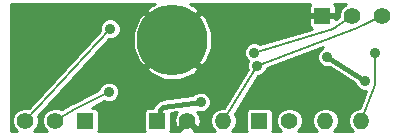
<source format=gbl>
G04 (created by PCBNEW-RS274X (2011-03-30 BZR 2932)-stable) date 29/05/2011 23:50:55*
G01*
G70*
G90*
%MOIN*%
G04 Gerber Fmt 3.4, Leading zero omitted, Abs format*
%FSLAX34Y34*%
G04 APERTURE LIST*
%ADD10C,0.006000*%
%ADD11R,0.055000X0.055000*%
%ADD12C,0.055000*%
%ADD13O,0.055000X0.055000*%
%ADD14C,0.236200*%
%ADD15C,0.035400*%
%ADD16C,0.007900*%
%ADD17C,0.015700*%
%ADD18C,0.010000*%
G04 APERTURE END LIST*
G54D10*
G54D11*
X62600Y-56300D03*
G54D12*
X63600Y-56300D03*
G54D13*
X69400Y-56300D03*
X68200Y-56300D03*
X64800Y-56300D03*
G54D11*
X66000Y-56300D03*
G54D12*
X67000Y-56300D03*
G54D11*
X68100Y-52800D03*
G54D12*
X69100Y-52800D03*
X70100Y-52800D03*
G54D11*
X60200Y-56300D03*
G54D12*
X59200Y-56300D03*
X58200Y-56300D03*
G54D14*
X63100Y-53600D03*
G54D15*
X65937Y-54457D03*
X69866Y-54043D03*
X64768Y-54068D03*
X68462Y-55618D03*
X67616Y-55604D03*
X65812Y-55604D03*
X64407Y-52654D03*
X61427Y-56310D03*
X61800Y-55435D03*
X60358Y-52633D03*
X61524Y-52666D03*
X58642Y-53994D03*
X65831Y-54024D03*
X60980Y-55339D03*
X61028Y-53232D03*
X69524Y-54957D03*
X68268Y-54169D03*
X64043Y-55669D03*
G54D16*
X64800Y-56300D02*
X65937Y-54457D01*
X69267Y-53204D02*
X65937Y-54457D01*
X70100Y-52800D02*
X69267Y-53204D01*
X69860Y-55096D02*
X69866Y-54043D01*
X69400Y-56300D02*
X69860Y-55096D01*
X68441Y-53234D02*
X69100Y-52800D01*
X65831Y-54024D02*
X68441Y-53234D01*
X59871Y-55896D02*
X59200Y-56300D01*
X60980Y-55339D02*
X59871Y-55896D01*
X61028Y-53232D02*
X58200Y-56300D01*
G54D17*
X62676Y-56104D02*
X62600Y-56300D01*
X62676Y-56025D02*
X62676Y-56104D01*
X62676Y-55943D02*
X62676Y-56025D01*
X62793Y-55826D02*
X62676Y-55943D01*
X64043Y-55669D02*
X62793Y-55826D01*
X69524Y-54957D02*
X68268Y-54169D01*
G54D10*
G36*
X68891Y-52408D02*
X68850Y-52425D01*
X68725Y-52550D01*
X68658Y-52712D01*
X68658Y-52843D01*
X68543Y-52918D01*
X68543Y-52892D01*
X68501Y-52850D01*
X68200Y-52850D01*
X68150Y-52850D01*
X68050Y-52850D01*
X68000Y-52850D01*
X67699Y-52850D01*
X67657Y-52892D01*
X67657Y-53042D01*
X67657Y-53109D01*
X67683Y-53170D01*
X67730Y-53218D01*
X67753Y-53227D01*
X66038Y-53745D01*
X66026Y-53733D01*
X65900Y-53680D01*
X65763Y-53680D01*
X65637Y-53732D01*
X65540Y-53829D01*
X65487Y-53955D01*
X65487Y-54092D01*
X65539Y-54218D01*
X65627Y-54306D01*
X65593Y-54388D01*
X65593Y-54525D01*
X65617Y-54583D01*
X64825Y-55865D01*
X64722Y-55865D01*
X64706Y-55865D01*
X64546Y-55931D01*
X64424Y-56053D01*
X64424Y-53340D01*
X64224Y-52853D01*
X64220Y-52848D01*
X64059Y-52712D01*
X63171Y-53600D01*
X64059Y-54488D01*
X64220Y-54352D01*
X64423Y-53867D01*
X64424Y-53340D01*
X64424Y-56053D01*
X64357Y-56213D01*
X64357Y-56386D01*
X64423Y-56546D01*
X64524Y-56647D01*
X64039Y-56647D01*
X63832Y-56647D01*
X63845Y-56616D01*
X63600Y-56371D01*
X63529Y-56442D01*
X63355Y-56616D01*
X63367Y-56647D01*
X63026Y-56647D01*
X63043Y-56609D01*
X63043Y-56542D01*
X63043Y-56042D01*
X63248Y-56015D01*
X63211Y-56053D01*
X63233Y-56074D01*
X63215Y-56082D01*
X63161Y-56246D01*
X63174Y-56418D01*
X63215Y-56518D01*
X63284Y-56545D01*
X63494Y-56335D01*
X63529Y-56300D01*
X63600Y-56229D01*
X63671Y-56300D01*
X63706Y-56335D01*
X63916Y-56545D01*
X63985Y-56518D01*
X64039Y-56354D01*
X64026Y-56182D01*
X63985Y-56082D01*
X63966Y-56074D01*
X63989Y-56053D01*
X63930Y-55994D01*
X63974Y-56013D01*
X64111Y-56013D01*
X64237Y-55961D01*
X64334Y-55864D01*
X64387Y-55738D01*
X64387Y-55601D01*
X64335Y-55475D01*
X64238Y-55378D01*
X64112Y-55325D01*
X63988Y-55325D01*
X63988Y-54559D01*
X63100Y-53671D01*
X63029Y-53742D01*
X63029Y-53600D01*
X62141Y-52712D01*
X61980Y-52848D01*
X61777Y-53333D01*
X61776Y-53860D01*
X61976Y-54347D01*
X61980Y-54352D01*
X62141Y-54488D01*
X63029Y-53600D01*
X63029Y-53742D01*
X62212Y-54559D01*
X62348Y-54720D01*
X62833Y-54923D01*
X63360Y-54924D01*
X63847Y-54724D01*
X63852Y-54720D01*
X63988Y-54559D01*
X63988Y-55325D01*
X63975Y-55325D01*
X63849Y-55377D01*
X63771Y-55454D01*
X62762Y-55582D01*
X62731Y-55592D01*
X62699Y-55599D01*
X62685Y-55608D01*
X62671Y-55613D01*
X62648Y-55632D01*
X62619Y-55652D01*
X62502Y-55769D01*
X62449Y-55849D01*
X62447Y-55857D01*
X62292Y-55857D01*
X62230Y-55882D01*
X62183Y-55930D01*
X62157Y-55991D01*
X62157Y-56058D01*
X62157Y-56608D01*
X62172Y-56647D01*
X60626Y-56647D01*
X60643Y-56609D01*
X60643Y-56542D01*
X60643Y-55992D01*
X60618Y-55930D01*
X60570Y-55883D01*
X60509Y-55857D01*
X60442Y-55857D01*
X60409Y-55857D01*
X60826Y-55647D01*
X60911Y-55683D01*
X61048Y-55683D01*
X61174Y-55631D01*
X61271Y-55534D01*
X61324Y-55408D01*
X61324Y-55271D01*
X61272Y-55145D01*
X61175Y-55048D01*
X61049Y-54995D01*
X60912Y-54995D01*
X60786Y-55047D01*
X60689Y-55144D01*
X60636Y-55270D01*
X60636Y-55279D01*
X59778Y-55711D01*
X59773Y-55714D01*
X59764Y-55718D01*
X59432Y-55917D01*
X59288Y-55858D01*
X59112Y-55858D01*
X58950Y-55925D01*
X58825Y-56050D01*
X58758Y-56212D01*
X58758Y-56388D01*
X58825Y-56550D01*
X58922Y-56647D01*
X58478Y-56647D01*
X58575Y-56550D01*
X58642Y-56388D01*
X58642Y-56212D01*
X58617Y-56152D01*
X60994Y-53576D01*
X61096Y-53576D01*
X61222Y-53524D01*
X61319Y-53427D01*
X61372Y-53301D01*
X61372Y-53164D01*
X61320Y-53038D01*
X61223Y-52941D01*
X61097Y-52888D01*
X60960Y-52888D01*
X60834Y-52940D01*
X60737Y-53037D01*
X60684Y-53163D01*
X60684Y-53300D01*
X60684Y-53302D01*
X58315Y-55869D01*
X58288Y-55858D01*
X58112Y-55858D01*
X57950Y-55925D01*
X57825Y-56050D01*
X57758Y-56212D01*
X57758Y-56388D01*
X57825Y-56550D01*
X57922Y-56647D01*
X57723Y-56647D01*
X57723Y-52408D01*
X62518Y-52408D01*
X62353Y-52476D01*
X62348Y-52480D01*
X62212Y-52641D01*
X63100Y-53529D01*
X63988Y-52641D01*
X63852Y-52480D01*
X63679Y-52408D01*
X67704Y-52408D01*
X67683Y-52430D01*
X67657Y-52491D01*
X67657Y-52558D01*
X67657Y-52708D01*
X67699Y-52750D01*
X68000Y-52750D01*
X68050Y-52750D01*
X68150Y-52750D01*
X68200Y-52750D01*
X68501Y-52750D01*
X68543Y-52708D01*
X68543Y-52558D01*
X68543Y-52491D01*
X68517Y-52430D01*
X68495Y-52408D01*
X68891Y-52408D01*
X68891Y-52408D01*
G37*
G54D18*
X68891Y-52408D02*
X68850Y-52425D01*
X68725Y-52550D01*
X68658Y-52712D01*
X68658Y-52843D01*
X68543Y-52918D01*
X68543Y-52892D01*
X68501Y-52850D01*
X68200Y-52850D01*
X68150Y-52850D01*
X68050Y-52850D01*
X68000Y-52850D01*
X67699Y-52850D01*
X67657Y-52892D01*
X67657Y-53042D01*
X67657Y-53109D01*
X67683Y-53170D01*
X67730Y-53218D01*
X67753Y-53227D01*
X66038Y-53745D01*
X66026Y-53733D01*
X65900Y-53680D01*
X65763Y-53680D01*
X65637Y-53732D01*
X65540Y-53829D01*
X65487Y-53955D01*
X65487Y-54092D01*
X65539Y-54218D01*
X65627Y-54306D01*
X65593Y-54388D01*
X65593Y-54525D01*
X65617Y-54583D01*
X64825Y-55865D01*
X64722Y-55865D01*
X64706Y-55865D01*
X64546Y-55931D01*
X64424Y-56053D01*
X64424Y-53340D01*
X64224Y-52853D01*
X64220Y-52848D01*
X64059Y-52712D01*
X63171Y-53600D01*
X64059Y-54488D01*
X64220Y-54352D01*
X64423Y-53867D01*
X64424Y-53340D01*
X64424Y-56053D01*
X64357Y-56213D01*
X64357Y-56386D01*
X64423Y-56546D01*
X64524Y-56647D01*
X64039Y-56647D01*
X63832Y-56647D01*
X63845Y-56616D01*
X63600Y-56371D01*
X63529Y-56442D01*
X63355Y-56616D01*
X63367Y-56647D01*
X63026Y-56647D01*
X63043Y-56609D01*
X63043Y-56542D01*
X63043Y-56042D01*
X63248Y-56015D01*
X63211Y-56053D01*
X63233Y-56074D01*
X63215Y-56082D01*
X63161Y-56246D01*
X63174Y-56418D01*
X63215Y-56518D01*
X63284Y-56545D01*
X63494Y-56335D01*
X63529Y-56300D01*
X63600Y-56229D01*
X63671Y-56300D01*
X63706Y-56335D01*
X63916Y-56545D01*
X63985Y-56518D01*
X64039Y-56354D01*
X64026Y-56182D01*
X63985Y-56082D01*
X63966Y-56074D01*
X63989Y-56053D01*
X63930Y-55994D01*
X63974Y-56013D01*
X64111Y-56013D01*
X64237Y-55961D01*
X64334Y-55864D01*
X64387Y-55738D01*
X64387Y-55601D01*
X64335Y-55475D01*
X64238Y-55378D01*
X64112Y-55325D01*
X63988Y-55325D01*
X63988Y-54559D01*
X63100Y-53671D01*
X63029Y-53742D01*
X63029Y-53600D01*
X62141Y-52712D01*
X61980Y-52848D01*
X61777Y-53333D01*
X61776Y-53860D01*
X61976Y-54347D01*
X61980Y-54352D01*
X62141Y-54488D01*
X63029Y-53600D01*
X63029Y-53742D01*
X62212Y-54559D01*
X62348Y-54720D01*
X62833Y-54923D01*
X63360Y-54924D01*
X63847Y-54724D01*
X63852Y-54720D01*
X63988Y-54559D01*
X63988Y-55325D01*
X63975Y-55325D01*
X63849Y-55377D01*
X63771Y-55454D01*
X62762Y-55582D01*
X62731Y-55592D01*
X62699Y-55599D01*
X62685Y-55608D01*
X62671Y-55613D01*
X62648Y-55632D01*
X62619Y-55652D01*
X62502Y-55769D01*
X62449Y-55849D01*
X62447Y-55857D01*
X62292Y-55857D01*
X62230Y-55882D01*
X62183Y-55930D01*
X62157Y-55991D01*
X62157Y-56058D01*
X62157Y-56608D01*
X62172Y-56647D01*
X60626Y-56647D01*
X60643Y-56609D01*
X60643Y-56542D01*
X60643Y-55992D01*
X60618Y-55930D01*
X60570Y-55883D01*
X60509Y-55857D01*
X60442Y-55857D01*
X60409Y-55857D01*
X60826Y-55647D01*
X60911Y-55683D01*
X61048Y-55683D01*
X61174Y-55631D01*
X61271Y-55534D01*
X61324Y-55408D01*
X61324Y-55271D01*
X61272Y-55145D01*
X61175Y-55048D01*
X61049Y-54995D01*
X60912Y-54995D01*
X60786Y-55047D01*
X60689Y-55144D01*
X60636Y-55270D01*
X60636Y-55279D01*
X59778Y-55711D01*
X59773Y-55714D01*
X59764Y-55718D01*
X59432Y-55917D01*
X59288Y-55858D01*
X59112Y-55858D01*
X58950Y-55925D01*
X58825Y-56050D01*
X58758Y-56212D01*
X58758Y-56388D01*
X58825Y-56550D01*
X58922Y-56647D01*
X58478Y-56647D01*
X58575Y-56550D01*
X58642Y-56388D01*
X58642Y-56212D01*
X58617Y-56152D01*
X60994Y-53576D01*
X61096Y-53576D01*
X61222Y-53524D01*
X61319Y-53427D01*
X61372Y-53301D01*
X61372Y-53164D01*
X61320Y-53038D01*
X61223Y-52941D01*
X61097Y-52888D01*
X60960Y-52888D01*
X60834Y-52940D01*
X60737Y-53037D01*
X60684Y-53163D01*
X60684Y-53300D01*
X60684Y-53302D01*
X58315Y-55869D01*
X58288Y-55858D01*
X58112Y-55858D01*
X57950Y-55925D01*
X57825Y-56050D01*
X57758Y-56212D01*
X57758Y-56388D01*
X57825Y-56550D01*
X57922Y-56647D01*
X57723Y-56647D01*
X57723Y-52408D01*
X62518Y-52408D01*
X62353Y-52476D01*
X62348Y-52480D01*
X62212Y-52641D01*
X63100Y-53529D01*
X63988Y-52641D01*
X63852Y-52480D01*
X63679Y-52408D01*
X67704Y-52408D01*
X67683Y-52430D01*
X67657Y-52491D01*
X67657Y-52558D01*
X67657Y-52708D01*
X67699Y-52750D01*
X68000Y-52750D01*
X68050Y-52750D01*
X68150Y-52750D01*
X68200Y-52750D01*
X68501Y-52750D01*
X68543Y-52708D01*
X68543Y-52558D01*
X68543Y-52491D01*
X68517Y-52430D01*
X68495Y-52408D01*
X68891Y-52408D01*
G54D10*
G36*
X69559Y-55301D02*
X69344Y-55865D01*
X69322Y-55865D01*
X69306Y-55865D01*
X69146Y-55931D01*
X69024Y-56053D01*
X68957Y-56213D01*
X68957Y-56386D01*
X69023Y-56546D01*
X69124Y-56647D01*
X68476Y-56647D01*
X68576Y-56547D01*
X68643Y-56387D01*
X68643Y-56214D01*
X68577Y-56054D01*
X68455Y-55932D01*
X68295Y-55865D01*
X68122Y-55865D01*
X68106Y-55865D01*
X67946Y-55931D01*
X67824Y-56053D01*
X67757Y-56213D01*
X67757Y-56386D01*
X67823Y-56546D01*
X67924Y-56647D01*
X67278Y-56647D01*
X67375Y-56550D01*
X67442Y-56388D01*
X67442Y-56212D01*
X67375Y-56050D01*
X67250Y-55925D01*
X67088Y-55858D01*
X66912Y-55858D01*
X66750Y-55925D01*
X66625Y-56050D01*
X66558Y-56212D01*
X66558Y-56388D01*
X66625Y-56550D01*
X66722Y-56647D01*
X66426Y-56647D01*
X66443Y-56609D01*
X66443Y-56542D01*
X66443Y-55992D01*
X66418Y-55930D01*
X66370Y-55883D01*
X66309Y-55857D01*
X66242Y-55857D01*
X65692Y-55857D01*
X65630Y-55882D01*
X65583Y-55930D01*
X65557Y-55991D01*
X65557Y-56058D01*
X65557Y-56608D01*
X65572Y-56647D01*
X65076Y-56647D01*
X65176Y-56547D01*
X65243Y-56387D01*
X65243Y-56214D01*
X65184Y-56071D01*
X65969Y-54801D01*
X66005Y-54801D01*
X66131Y-54749D01*
X66228Y-54652D01*
X66269Y-54553D01*
X68135Y-53851D01*
X68074Y-53877D01*
X67977Y-53974D01*
X67924Y-54100D01*
X67924Y-54237D01*
X67976Y-54363D01*
X68073Y-54460D01*
X68199Y-54513D01*
X68336Y-54513D01*
X68346Y-54508D01*
X69183Y-55033D01*
X69232Y-55151D01*
X69329Y-55248D01*
X69455Y-55301D01*
X69559Y-55301D01*
X69559Y-55301D01*
G37*
G54D18*
X69559Y-55301D02*
X69344Y-55865D01*
X69322Y-55865D01*
X69306Y-55865D01*
X69146Y-55931D01*
X69024Y-56053D01*
X68957Y-56213D01*
X68957Y-56386D01*
X69023Y-56546D01*
X69124Y-56647D01*
X68476Y-56647D01*
X68576Y-56547D01*
X68643Y-56387D01*
X68643Y-56214D01*
X68577Y-56054D01*
X68455Y-55932D01*
X68295Y-55865D01*
X68122Y-55865D01*
X68106Y-55865D01*
X67946Y-55931D01*
X67824Y-56053D01*
X67757Y-56213D01*
X67757Y-56386D01*
X67823Y-56546D01*
X67924Y-56647D01*
X67278Y-56647D01*
X67375Y-56550D01*
X67442Y-56388D01*
X67442Y-56212D01*
X67375Y-56050D01*
X67250Y-55925D01*
X67088Y-55858D01*
X66912Y-55858D01*
X66750Y-55925D01*
X66625Y-56050D01*
X66558Y-56212D01*
X66558Y-56388D01*
X66625Y-56550D01*
X66722Y-56647D01*
X66426Y-56647D01*
X66443Y-56609D01*
X66443Y-56542D01*
X66443Y-55992D01*
X66418Y-55930D01*
X66370Y-55883D01*
X66309Y-55857D01*
X66242Y-55857D01*
X65692Y-55857D01*
X65630Y-55882D01*
X65583Y-55930D01*
X65557Y-55991D01*
X65557Y-56058D01*
X65557Y-56608D01*
X65572Y-56647D01*
X65076Y-56647D01*
X65176Y-56547D01*
X65243Y-56387D01*
X65243Y-56214D01*
X65184Y-56071D01*
X65969Y-54801D01*
X66005Y-54801D01*
X66131Y-54749D01*
X66228Y-54652D01*
X66269Y-54553D01*
X68135Y-53851D01*
X68074Y-53877D01*
X67977Y-53974D01*
X67924Y-54100D01*
X67924Y-54237D01*
X67976Y-54363D01*
X68073Y-54460D01*
X68199Y-54513D01*
X68336Y-54513D01*
X68346Y-54508D01*
X69183Y-55033D01*
X69232Y-55151D01*
X69329Y-55248D01*
X69455Y-55301D01*
X69559Y-55301D01*
M02*

</source>
